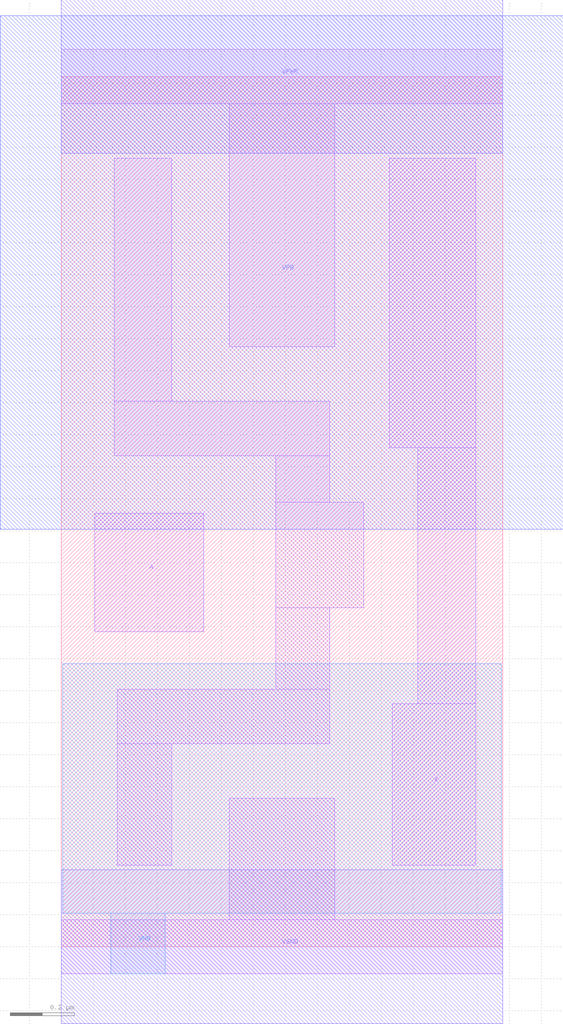
<source format=lef>
VERSION 5.7 ;
  NOWIREEXTENSIONATPIN ON ;
  DIVIDERCHAR "/" ;
  BUSBITCHARS "[]" ;
MACRO my_buffer 
  CLASS CORE ;
  FOREIGN sky130_fd_sc_hd__buf_1 ;
  ORIGIN 0.000 0.000 ;
  SIZE 1.380 BY 2.720 ;
  SYMMETRY X Y R90 ;
  SITE unithd ;
  PIN A
    DIRECTION INPUT ;
    USE SIGNAL ;
    ANTENNAGATEAREA 0.196500 ;
    PORT
      LAYER li1 ;
        RECT 0.105 0.985 0.445 1.355 ;
    END
  END A
  PIN VGND
    DIRECTION INOUT ;
    USE GROUND ;
    SHAPE ABUTMENT ;
    PORT
      LAYER met1 ;
        RECT 0.000 -0.240 1.380 0.240 ;
    END
  END VGND
  PIN VNB
    DIRECTION INOUT ;
    USE GROUND ;
    PORT
      LAYER pwell ;
        RECT 0.005 0.105 1.375 0.885 ;
        RECT 0.155 -0.085 0.325 0.105 ;
    END
  END VNB
  PIN VPB
    DIRECTION INOUT ;
    USE POWER ;
    PORT
      LAYER nwell ;
        RECT -0.190 1.305 1.570 2.910 ;
    END
  END VPB
  PIN VPWR
    DIRECTION INOUT ;
    USE POWER ;
    SHAPE ABUTMENT ;
    PORT
      LAYER met1 ;
        RECT 0.000 2.480 1.380 2.960 ;
    END
  END VPWR
  PIN X
    DIRECTION OUTPUT ;
    USE SIGNAL ;
    ANTENNADIFFAREA 0.340600 ;
    PORT
      LAYER li1 ;
        RECT 1.025 1.560 1.295 2.465 ;
        RECT 1.115 0.760 1.295 1.560 ;
        RECT 1.035 0.255 1.295 0.760 ;
    END
  END X
  OBS
      LAYER li1 ;
        RECT 0.000 2.635 1.380 2.805 ;
        RECT 0.165 1.705 0.345 2.465 ;
        RECT 0.525 1.875 0.855 2.635 ;
        RECT 0.165 1.535 0.840 1.705 ;
        RECT 0.670 1.390 0.840 1.535 ;
        RECT 0.670 1.060 0.945 1.390 ;
        RECT 0.670 0.805 0.840 1.060 ;
        RECT 0.175 0.635 0.840 0.805 ;
        RECT 0.175 0.255 0.345 0.635 ;
        RECT 0.525 0.085 0.855 0.465 ;
        RECT 0.000 -0.085 1.380 0.085 ;
  END
END my_buffer

</source>
